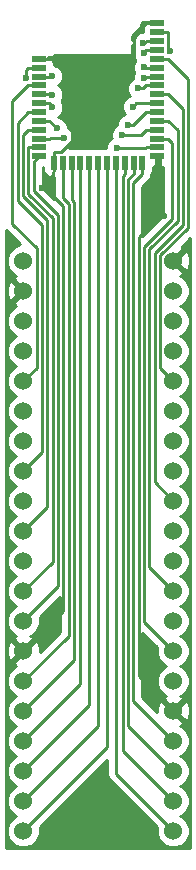
<source format=gtl>
G04 #@! TF.FileFunction,Copper,L1,Top,Signal*
%FSLAX46Y46*%
G04 Gerber Fmt 4.6, Leading zero omitted, Abs format (unit mm)*
G04 Created by KiCad (PCBNEW 4.0.4-stable) date *
%MOMM*%
%LPD*%
G01*
G04 APERTURE LIST*
%ADD10C,0.100000*%
%ADD11R,1.200000X0.500000*%
%ADD12R,0.500000X1.200000*%
%ADD13C,1.524000*%
%ADD14C,0.600000*%
%ADD15C,0.250000*%
%ADD16C,0.254000*%
G04 APERTURE END LIST*
D10*
D11*
X147000000Y-70500000D03*
X147000000Y-71250000D03*
X147000000Y-72000000D03*
X147000000Y-72750000D03*
X147000000Y-73500000D03*
X147000000Y-74250000D03*
X147000000Y-75000000D03*
X147000000Y-75750000D03*
X147000000Y-76500000D03*
X147000000Y-77250000D03*
X147000000Y-78000000D03*
X147000000Y-78750000D03*
D12*
X148250000Y-79300000D03*
X149000000Y-79300000D03*
X149750000Y-79300000D03*
X150500000Y-79300000D03*
X151250000Y-79300000D03*
X152000000Y-79300000D03*
X152750000Y-79300000D03*
X153500000Y-79300000D03*
X154250000Y-79300000D03*
X155000000Y-79300000D03*
X155750000Y-79300000D03*
D11*
X157000000Y-78750000D03*
X157000000Y-78000000D03*
X157000000Y-77250000D03*
X157000000Y-76500000D03*
X157000000Y-75750000D03*
X157000000Y-75000000D03*
X157000000Y-74250000D03*
X157000000Y-73500000D03*
X157000000Y-72750000D03*
X157000000Y-72000000D03*
X157000000Y-71250000D03*
X157000000Y-70500000D03*
X157000000Y-69750000D03*
X157000000Y-69000000D03*
X157000000Y-68250000D03*
X157000000Y-67500000D03*
D13*
X158350000Y-90140000D03*
X158350000Y-92680000D03*
X158350000Y-95220000D03*
X158350000Y-97760000D03*
X158350000Y-100300000D03*
X158350000Y-102840000D03*
X158350000Y-105380000D03*
X158350000Y-107920000D03*
X158350000Y-110460000D03*
X158350000Y-113000000D03*
X158350000Y-115540000D03*
X158350000Y-118080000D03*
X158350000Y-120620000D03*
X158350000Y-123160000D03*
X158350000Y-125700000D03*
X158350000Y-128240000D03*
X158350000Y-130780000D03*
X158350000Y-133320000D03*
X158350000Y-135860000D03*
X145650000Y-135860000D03*
X145650000Y-133320000D03*
X145650000Y-130780000D03*
X145650000Y-128240000D03*
X145650000Y-125700000D03*
X145650000Y-123160000D03*
X145650000Y-120620000D03*
X145650000Y-118080000D03*
X145650000Y-115540000D03*
X145650000Y-113000000D03*
X145650000Y-110460000D03*
X145650000Y-107920000D03*
X145650000Y-105380000D03*
X145650000Y-102840000D03*
X145650000Y-100300000D03*
X145650000Y-97760000D03*
X145650000Y-95220000D03*
X145650000Y-92680000D03*
X145650000Y-90140000D03*
X158350000Y-87600000D03*
X145650000Y-87600000D03*
D14*
X145880400Y-72105300D03*
X148111800Y-71937500D03*
X148109000Y-73527000D03*
X148119100Y-74601100D03*
X148510200Y-76391300D03*
X149086300Y-77231300D03*
X153578100Y-78025000D03*
X154046000Y-76929000D03*
X154496300Y-76128600D03*
X154946600Y-74543300D03*
X155396900Y-72999200D03*
X155856000Y-72102100D03*
X155879000Y-71203200D03*
X155897200Y-70022100D03*
X155803700Y-69125800D03*
X158110200Y-69847800D03*
X147206700Y-81443000D03*
X157600200Y-83799200D03*
D15*
X147000000Y-71250000D02*
X146074700Y-71250000D01*
X145880400Y-71444300D02*
X145880400Y-72105300D01*
X146074700Y-71250000D02*
X145880400Y-71444300D01*
X147987800Y-71937500D02*
X147925300Y-72000000D01*
X148111800Y-71937500D02*
X147987800Y-71937500D01*
X147000000Y-72000000D02*
X147925300Y-72000000D01*
X147000000Y-72750000D02*
X146074700Y-72750000D01*
X146781700Y-96628300D02*
X145650000Y-97760000D01*
X146781700Y-86512600D02*
X146781700Y-96628300D01*
X144723800Y-84454700D02*
X146781700Y-86512600D01*
X144723800Y-74100900D02*
X144723800Y-84454700D01*
X146074700Y-72750000D02*
X144723800Y-74100900D01*
X148082000Y-73500000D02*
X148109000Y-73527000D01*
X147000000Y-73500000D02*
X148082000Y-73500000D01*
X147000000Y-74250000D02*
X147925300Y-74250000D01*
X147925300Y-74407300D02*
X148119100Y-74601100D01*
X147925300Y-74250000D02*
X147925300Y-74407300D01*
X147000000Y-75000000D02*
X146074700Y-75000000D01*
X147232100Y-103797900D02*
X145650000Y-105380000D01*
X147232100Y-84575000D02*
X147232100Y-103797900D01*
X145174100Y-82517000D02*
X147232100Y-84575000D01*
X145174100Y-75900600D02*
X145174100Y-82517000D01*
X146074700Y-75000000D02*
X145174100Y-75900600D01*
X147000000Y-75750000D02*
X147925300Y-75750000D01*
X147925300Y-75806400D02*
X147925300Y-75750000D01*
X148510200Y-76391300D02*
X147925300Y-75806400D01*
X145624400Y-76950300D02*
X146074700Y-76500000D01*
X145624400Y-82105300D02*
X145624400Y-76950300D01*
X147686600Y-84167500D02*
X145624400Y-82105300D01*
X147686600Y-108423400D02*
X147686600Y-84167500D01*
X145650000Y-110460000D02*
X147686600Y-108423400D01*
X147000000Y-76500000D02*
X146074700Y-76500000D01*
X147944000Y-77231300D02*
X147925300Y-77250000D01*
X149086300Y-77231300D02*
X147944000Y-77231300D01*
X147000000Y-77250000D02*
X147925300Y-77250000D01*
X147000000Y-78000000D02*
X146074700Y-78000000D01*
X146074700Y-81918700D02*
X146074700Y-78000000D01*
X148136900Y-83980900D02*
X146074700Y-81918700D01*
X148136900Y-113053100D02*
X148136900Y-83980900D01*
X145650000Y-115540000D02*
X148136900Y-113053100D01*
X146564400Y-79185600D02*
X147000000Y-78750000D01*
X146564400Y-81722000D02*
X146564400Y-79185600D01*
X148587200Y-83744800D02*
X146564400Y-81722000D01*
X148587200Y-115142800D02*
X148587200Y-83744800D01*
X145650000Y-118080000D02*
X148587200Y-115142800D01*
X149000000Y-79300000D02*
X149000000Y-80225300D01*
X149000000Y-82296400D02*
X149000000Y-80225300D01*
X149487800Y-82784200D02*
X149000000Y-82296400D01*
X149487800Y-119322200D02*
X149487800Y-82784200D01*
X145650000Y-123160000D02*
X149487800Y-119322200D01*
X149938100Y-121411900D02*
X145650000Y-125700000D01*
X149938100Y-82597600D02*
X149938100Y-121411900D01*
X149750000Y-82409500D02*
X149938100Y-82597600D01*
X149750000Y-79300000D02*
X149750000Y-82409500D01*
X150500000Y-123390000D02*
X150500000Y-79300000D01*
X145650000Y-128240000D02*
X150500000Y-123390000D01*
X151250000Y-125180000D02*
X151250000Y-79300000D01*
X145650000Y-130780000D02*
X151250000Y-125180000D01*
X152000000Y-126970000D02*
X145650000Y-133320000D01*
X152000000Y-80225300D02*
X152000000Y-126970000D01*
X152000000Y-79300000D02*
X152000000Y-80225300D01*
X152750000Y-79300000D02*
X152750000Y-80225300D01*
X152750000Y-128760000D02*
X145650000Y-135860000D01*
X152750000Y-80225300D02*
X152750000Y-128760000D01*
X153500000Y-131010000D02*
X153500000Y-80225300D01*
X158350000Y-135860000D02*
X153500000Y-131010000D01*
X153500000Y-79300000D02*
X153500000Y-80225300D01*
X154250000Y-79300000D02*
X154250000Y-80225300D01*
X154085700Y-129055700D02*
X158350000Y-133320000D01*
X154085700Y-80389600D02*
X154085700Y-129055700D01*
X154250000Y-80225300D02*
X154085700Y-80389600D01*
X155000000Y-79300000D02*
X155000000Y-80225300D01*
X154536000Y-126966000D02*
X158350000Y-130780000D01*
X154536000Y-80689300D02*
X154536000Y-126966000D01*
X155000000Y-80225300D02*
X154536000Y-80689300D01*
X155750000Y-79300000D02*
X155750000Y-80225300D01*
X154986300Y-124876300D02*
X158350000Y-128240000D01*
X154986300Y-80989000D02*
X154986300Y-124876300D01*
X155750000Y-80225300D02*
X154986300Y-80989000D01*
X157000000Y-78000000D02*
X156074700Y-78000000D01*
X156049700Y-78025000D02*
X156074700Y-78000000D01*
X153578100Y-78025000D02*
X156049700Y-78025000D01*
X158254600Y-77579300D02*
X157925300Y-77250000D01*
X158254600Y-84030000D02*
X158254600Y-77579300D01*
X155886900Y-86397700D02*
X158254600Y-84030000D01*
X155886900Y-118156900D02*
X155886900Y-86397700D01*
X158350000Y-120620000D02*
X155886900Y-118156900D01*
X157000000Y-77250000D02*
X157925300Y-77250000D01*
X157000000Y-76500000D02*
X156074700Y-76500000D01*
X155645700Y-76929000D02*
X154046000Y-76929000D01*
X156074700Y-76500000D02*
X155645700Y-76929000D01*
X158715700Y-76540400D02*
X157925300Y-75750000D01*
X158715700Y-84247100D02*
X158715700Y-76540400D01*
X156337200Y-86625600D02*
X158715700Y-84247100D01*
X156337200Y-113527200D02*
X156337200Y-86625600D01*
X158350000Y-115540000D02*
X156337200Y-113527200D01*
X157000000Y-75750000D02*
X157925300Y-75750000D01*
X157000000Y-75000000D02*
X156074700Y-75000000D01*
X154946100Y-76128600D02*
X154496300Y-76128600D01*
X156074700Y-75000000D02*
X154946100Y-76128600D01*
X155239900Y-74250000D02*
X154946600Y-74543300D01*
X157000000Y-74250000D02*
X155239900Y-74250000D01*
X157000000Y-73500000D02*
X157925300Y-73500000D01*
X159166000Y-74740700D02*
X157925300Y-73500000D01*
X159166000Y-84592500D02*
X159166000Y-74740700D01*
X156791000Y-86967500D02*
X159166000Y-84592500D01*
X156791000Y-106361000D02*
X156791000Y-86967500D01*
X158350000Y-107920000D02*
X156791000Y-106361000D01*
X157000000Y-72750000D02*
X156074700Y-72750000D01*
X155396900Y-72999100D02*
X155396900Y-72999200D01*
X155825600Y-72999100D02*
X155396900Y-72999100D01*
X156074700Y-72750000D02*
X155825600Y-72999100D01*
X157000000Y-72000000D02*
X156074700Y-72000000D01*
X155972600Y-72102100D02*
X156074700Y-72000000D01*
X155856000Y-72102100D02*
X155972600Y-72102100D01*
X157000000Y-71250000D02*
X156074700Y-71250000D01*
X156027900Y-71203200D02*
X156074700Y-71250000D01*
X155879000Y-71203200D02*
X156027900Y-71203200D01*
X157000000Y-70500000D02*
X157925300Y-70500000D01*
X159616300Y-72191000D02*
X157925300Y-70500000D01*
X159616300Y-84779100D02*
X159616300Y-72191000D01*
X157257100Y-87138300D02*
X159616300Y-84779100D01*
X157257100Y-96667100D02*
X157257100Y-87138300D01*
X158350000Y-97760000D02*
X157257100Y-96667100D01*
X157000000Y-69750000D02*
X156074700Y-69750000D01*
X155897200Y-69927500D02*
X155897200Y-70022100D01*
X156074700Y-69750000D02*
X155897200Y-69927500D01*
X157000000Y-69000000D02*
X156074700Y-69000000D01*
X155803700Y-69125700D02*
X155803700Y-69125800D01*
X155949000Y-69125700D02*
X155803700Y-69125700D01*
X156074700Y-69000000D02*
X155949000Y-69125700D01*
X157000000Y-68250000D02*
X157925300Y-68250000D01*
X157925300Y-69662900D02*
X158110200Y-69847800D01*
X157925300Y-68250000D02*
X157925300Y-69662900D01*
X157000000Y-67500000D02*
X156000000Y-67500000D01*
X154750000Y-70500000D02*
X149743600Y-70500000D01*
X155000000Y-70250000D02*
X154750000Y-70500000D01*
X155000000Y-68750000D02*
X155000000Y-70250000D01*
X155750000Y-68000000D02*
X155000000Y-68750000D01*
X155750000Y-67750000D02*
X155750000Y-68000000D01*
X156000000Y-67500000D02*
X155750000Y-67750000D01*
X148250000Y-79300000D02*
X148250000Y-78374700D01*
X147000000Y-70500000D02*
X147925300Y-70500000D01*
X148842400Y-78374700D02*
X148250000Y-78374700D01*
X149743600Y-77473500D02*
X148842400Y-78374700D01*
X149743600Y-70500000D02*
X149743600Y-77473500D01*
X149743600Y-70500000D02*
X147925300Y-70500000D01*
X148250000Y-79300000D02*
X148250000Y-80009400D01*
X148198600Y-81443000D02*
X147206700Y-81443000D01*
X148198600Y-80060800D02*
X148198600Y-81443000D01*
X148250000Y-80009400D02*
X148198600Y-80060800D01*
X148198600Y-82131900D02*
X148198600Y-81443000D01*
X149037500Y-82970800D02*
X148198600Y-82131900D01*
X149037500Y-117232500D02*
X149037500Y-82970800D01*
X145650000Y-120620000D02*
X149037500Y-117232500D01*
X157600200Y-83799200D02*
X157210800Y-83799200D01*
X155436600Y-85573400D02*
X157210800Y-83799200D01*
X155436600Y-122786600D02*
X155436600Y-85573400D01*
X158350000Y-125700000D02*
X155436600Y-122786600D01*
X157210800Y-78960800D02*
X157000000Y-78750000D01*
X157210800Y-83799200D02*
X157210800Y-78960800D01*
D16*
G36*
X145397077Y-86202779D02*
X145373339Y-86202758D01*
X144859697Y-86414990D01*
X144466371Y-86807630D01*
X144253243Y-87320900D01*
X144252758Y-87876661D01*
X144464990Y-88390303D01*
X144857630Y-88783629D01*
X145049727Y-88863395D01*
X144918857Y-88917603D01*
X144849392Y-89159787D01*
X145650000Y-89960395D01*
X145664143Y-89946253D01*
X145843748Y-90125858D01*
X145829605Y-90140000D01*
X145843748Y-90154143D01*
X145664143Y-90333748D01*
X145650000Y-90319605D01*
X144849392Y-91120213D01*
X144918857Y-91362397D01*
X145059318Y-91412509D01*
X144859697Y-91494990D01*
X144466371Y-91887630D01*
X144253243Y-92400900D01*
X144252758Y-92956661D01*
X144464990Y-93470303D01*
X144857630Y-93863629D01*
X145065512Y-93949949D01*
X144859697Y-94034990D01*
X144466371Y-94427630D01*
X144253243Y-94940900D01*
X144252758Y-95496661D01*
X144464990Y-96010303D01*
X144857630Y-96403629D01*
X145065512Y-96489949D01*
X144859697Y-96574990D01*
X144466371Y-96967630D01*
X144253243Y-97480900D01*
X144252758Y-98036661D01*
X144464990Y-98550303D01*
X144857630Y-98943629D01*
X145065512Y-99029949D01*
X144859697Y-99114990D01*
X144466371Y-99507630D01*
X144253243Y-100020900D01*
X144252758Y-100576661D01*
X144464990Y-101090303D01*
X144857630Y-101483629D01*
X145065512Y-101569949D01*
X144859697Y-101654990D01*
X144466371Y-102047630D01*
X144253243Y-102560900D01*
X144252758Y-103116661D01*
X144464990Y-103630303D01*
X144857630Y-104023629D01*
X145065512Y-104109949D01*
X144859697Y-104194990D01*
X144466371Y-104587630D01*
X144253243Y-105100900D01*
X144252758Y-105656661D01*
X144464990Y-106170303D01*
X144857630Y-106563629D01*
X145065512Y-106649949D01*
X144859697Y-106734990D01*
X144466371Y-107127630D01*
X144253243Y-107640900D01*
X144252758Y-108196661D01*
X144464990Y-108710303D01*
X144857630Y-109103629D01*
X145065512Y-109189949D01*
X144859697Y-109274990D01*
X144466371Y-109667630D01*
X144253243Y-110180900D01*
X144252758Y-110736661D01*
X144464990Y-111250303D01*
X144857630Y-111643629D01*
X145065512Y-111729949D01*
X144859697Y-111814990D01*
X144466371Y-112207630D01*
X144253243Y-112720900D01*
X144252758Y-113276661D01*
X144464990Y-113790303D01*
X144857630Y-114183629D01*
X145065512Y-114269949D01*
X144859697Y-114354990D01*
X144466371Y-114747630D01*
X144253243Y-115260900D01*
X144252758Y-115816661D01*
X144464990Y-116330303D01*
X144857630Y-116723629D01*
X145065512Y-116809949D01*
X144859697Y-116894990D01*
X144466371Y-117287630D01*
X144253243Y-117800900D01*
X144252758Y-118356661D01*
X144464990Y-118870303D01*
X144857630Y-119263629D01*
X145049727Y-119343395D01*
X144918857Y-119397603D01*
X144849392Y-119639787D01*
X145650000Y-120440395D01*
X146450608Y-119639787D01*
X146381143Y-119397603D01*
X146240682Y-119347491D01*
X146440303Y-119265010D01*
X146833629Y-118872370D01*
X147046757Y-118359100D01*
X147047242Y-117803339D01*
X147033857Y-117770945D01*
X148727800Y-116077002D01*
X148727800Y-119007398D01*
X147051916Y-120683282D01*
X147031362Y-120272632D01*
X146872397Y-119888857D01*
X146630213Y-119819392D01*
X145829605Y-120620000D01*
X145843748Y-120634143D01*
X145664143Y-120813748D01*
X145650000Y-120799605D01*
X144849392Y-121600213D01*
X144918857Y-121842397D01*
X145059318Y-121892509D01*
X144859697Y-121974990D01*
X144466371Y-122367630D01*
X144253243Y-122880900D01*
X144252758Y-123436661D01*
X144464990Y-123950303D01*
X144857630Y-124343629D01*
X145065512Y-124429949D01*
X144859697Y-124514990D01*
X144466371Y-124907630D01*
X144253243Y-125420900D01*
X144252758Y-125976661D01*
X144464990Y-126490303D01*
X144857630Y-126883629D01*
X145065512Y-126969949D01*
X144859697Y-127054990D01*
X144466371Y-127447630D01*
X144253243Y-127960900D01*
X144252758Y-128516661D01*
X144464990Y-129030303D01*
X144857630Y-129423629D01*
X145065512Y-129509949D01*
X144859697Y-129594990D01*
X144466371Y-129987630D01*
X144253243Y-130500900D01*
X144252758Y-131056661D01*
X144464990Y-131570303D01*
X144857630Y-131963629D01*
X145065512Y-132049949D01*
X144859697Y-132134990D01*
X144466371Y-132527630D01*
X144253243Y-133040900D01*
X144252758Y-133596661D01*
X144464990Y-134110303D01*
X144857630Y-134503629D01*
X145065512Y-134589949D01*
X144859697Y-134674990D01*
X144466371Y-135067630D01*
X144253243Y-135580900D01*
X144252758Y-136136661D01*
X144464990Y-136650303D01*
X144857630Y-137043629D01*
X145370900Y-137256757D01*
X145926661Y-137257242D01*
X146440303Y-137045010D01*
X146833629Y-136652370D01*
X147046757Y-136139100D01*
X147047242Y-135583339D01*
X147033857Y-135550945D01*
X152740000Y-129844802D01*
X152740000Y-131010000D01*
X152797852Y-131300839D01*
X152962599Y-131547401D01*
X156965817Y-135550619D01*
X156953243Y-135580900D01*
X156952758Y-136136661D01*
X157164990Y-136650303D01*
X157557630Y-137043629D01*
X158070900Y-137256757D01*
X158626661Y-137257242D01*
X159140303Y-137045010D01*
X159533629Y-136652370D01*
X159746757Y-136139100D01*
X159747242Y-135583339D01*
X159535010Y-135069697D01*
X159142370Y-134676371D01*
X158934488Y-134590051D01*
X159140303Y-134505010D01*
X159533629Y-134112370D01*
X159746757Y-133599100D01*
X159747242Y-133043339D01*
X159535010Y-132529697D01*
X159142370Y-132136371D01*
X158934488Y-132050051D01*
X159140303Y-131965010D01*
X159533629Y-131572370D01*
X159746757Y-131059100D01*
X159747242Y-130503339D01*
X159535010Y-129989697D01*
X159142370Y-129596371D01*
X158934488Y-129510051D01*
X159140303Y-129425010D01*
X159533629Y-129032370D01*
X159746757Y-128519100D01*
X159747242Y-127963339D01*
X159535010Y-127449697D01*
X159142370Y-127056371D01*
X158950273Y-126976605D01*
X159081143Y-126922397D01*
X159150608Y-126680213D01*
X158350000Y-125879605D01*
X158335858Y-125893748D01*
X158156253Y-125714143D01*
X158170395Y-125700000D01*
X158529605Y-125700000D01*
X159330213Y-126500608D01*
X159572397Y-126431143D01*
X159759144Y-125907698D01*
X159731362Y-125352632D01*
X159572397Y-124968857D01*
X159330213Y-124899392D01*
X158529605Y-125700000D01*
X158170395Y-125700000D01*
X157369787Y-124899392D01*
X157127603Y-124968857D01*
X156940856Y-125492302D01*
X156954753Y-125769951D01*
X155746300Y-124561498D01*
X155746300Y-119091102D01*
X156965817Y-120310619D01*
X156953243Y-120340900D01*
X156952758Y-120896661D01*
X157164990Y-121410303D01*
X157557630Y-121803629D01*
X157765512Y-121889949D01*
X157559697Y-121974990D01*
X157166371Y-122367630D01*
X156953243Y-122880900D01*
X156952758Y-123436661D01*
X157164990Y-123950303D01*
X157557630Y-124343629D01*
X157749727Y-124423395D01*
X157618857Y-124477603D01*
X157549392Y-124719787D01*
X158350000Y-125520395D01*
X159150608Y-124719787D01*
X159081143Y-124477603D01*
X158940682Y-124427491D01*
X159140303Y-124345010D01*
X159533629Y-123952370D01*
X159746757Y-123439100D01*
X159747242Y-122883339D01*
X159535010Y-122369697D01*
X159142370Y-121976371D01*
X158934488Y-121890051D01*
X159140303Y-121805010D01*
X159533629Y-121412370D01*
X159746757Y-120899100D01*
X159747242Y-120343339D01*
X159535010Y-119829697D01*
X159142370Y-119436371D01*
X158934488Y-119350051D01*
X159140303Y-119265010D01*
X159533629Y-118872370D01*
X159746757Y-118359100D01*
X159747242Y-117803339D01*
X159535010Y-117289697D01*
X159142370Y-116896371D01*
X158934488Y-116810051D01*
X159140303Y-116725010D01*
X159533629Y-116332370D01*
X159746757Y-115819100D01*
X159747242Y-115263339D01*
X159535010Y-114749697D01*
X159142370Y-114356371D01*
X158934488Y-114270051D01*
X159140303Y-114185010D01*
X159533629Y-113792370D01*
X159746757Y-113279100D01*
X159747242Y-112723339D01*
X159535010Y-112209697D01*
X159142370Y-111816371D01*
X158934488Y-111730051D01*
X159140303Y-111645010D01*
X159533629Y-111252370D01*
X159746757Y-110739100D01*
X159747242Y-110183339D01*
X159535010Y-109669697D01*
X159142370Y-109276371D01*
X158934488Y-109190051D01*
X159140303Y-109105010D01*
X159533629Y-108712370D01*
X159746757Y-108199100D01*
X159747242Y-107643339D01*
X159535010Y-107129697D01*
X159142370Y-106736371D01*
X158934488Y-106650051D01*
X159140303Y-106565010D01*
X159533629Y-106172370D01*
X159746757Y-105659100D01*
X159747242Y-105103339D01*
X159535010Y-104589697D01*
X159142370Y-104196371D01*
X158934488Y-104110051D01*
X159140303Y-104025010D01*
X159533629Y-103632370D01*
X159746757Y-103119100D01*
X159747242Y-102563339D01*
X159535010Y-102049697D01*
X159142370Y-101656371D01*
X158934488Y-101570051D01*
X159140303Y-101485010D01*
X159533629Y-101092370D01*
X159746757Y-100579100D01*
X159747242Y-100023339D01*
X159535010Y-99509697D01*
X159142370Y-99116371D01*
X158934488Y-99030051D01*
X159140303Y-98945010D01*
X159533629Y-98552370D01*
X159746757Y-98039100D01*
X159747242Y-97483339D01*
X159535010Y-96969697D01*
X159142370Y-96576371D01*
X158934488Y-96490051D01*
X159140303Y-96405010D01*
X159533629Y-96012370D01*
X159746757Y-95499100D01*
X159747242Y-94943339D01*
X159535010Y-94429697D01*
X159142370Y-94036371D01*
X158934488Y-93950051D01*
X159140303Y-93865010D01*
X159533629Y-93472370D01*
X159746757Y-92959100D01*
X159747242Y-92403339D01*
X159535010Y-91889697D01*
X159142370Y-91496371D01*
X158934488Y-91410051D01*
X159140303Y-91325010D01*
X159533629Y-90932370D01*
X159746757Y-90419100D01*
X159747242Y-89863339D01*
X159535010Y-89349697D01*
X159142370Y-88956371D01*
X158950273Y-88876605D01*
X159081143Y-88822397D01*
X159150608Y-88580213D01*
X158350000Y-87779605D01*
X158335858Y-87793748D01*
X158156253Y-87614143D01*
X158170395Y-87600000D01*
X158529605Y-87600000D01*
X159330213Y-88400608D01*
X159572397Y-88331143D01*
X159759144Y-87807698D01*
X159731362Y-87252632D01*
X159572397Y-86868857D01*
X159330213Y-86799392D01*
X158529605Y-87600000D01*
X158170395Y-87600000D01*
X158156253Y-87585858D01*
X158335858Y-87406253D01*
X158350000Y-87420395D01*
X159150608Y-86619787D01*
X159083696Y-86386506D01*
X159790000Y-85680202D01*
X159790000Y-137290000D01*
X144210000Y-137290000D01*
X144210000Y-120412302D01*
X144240856Y-120412302D01*
X144268638Y-120967368D01*
X144427603Y-121351143D01*
X144669787Y-121420608D01*
X145470395Y-120620000D01*
X144669787Y-119819392D01*
X144427603Y-119888857D01*
X144240856Y-120412302D01*
X144210000Y-120412302D01*
X144210000Y-89932302D01*
X144240856Y-89932302D01*
X144268638Y-90487368D01*
X144427603Y-90871143D01*
X144669787Y-90940608D01*
X145470395Y-90140000D01*
X144669787Y-89339392D01*
X144427603Y-89408857D01*
X144240856Y-89932302D01*
X144210000Y-89932302D01*
X144210000Y-85015702D01*
X145397077Y-86202779D01*
X145397077Y-86202779D01*
G37*
X145397077Y-86202779D02*
X145373339Y-86202758D01*
X144859697Y-86414990D01*
X144466371Y-86807630D01*
X144253243Y-87320900D01*
X144252758Y-87876661D01*
X144464990Y-88390303D01*
X144857630Y-88783629D01*
X145049727Y-88863395D01*
X144918857Y-88917603D01*
X144849392Y-89159787D01*
X145650000Y-89960395D01*
X145664143Y-89946253D01*
X145843748Y-90125858D01*
X145829605Y-90140000D01*
X145843748Y-90154143D01*
X145664143Y-90333748D01*
X145650000Y-90319605D01*
X144849392Y-91120213D01*
X144918857Y-91362397D01*
X145059318Y-91412509D01*
X144859697Y-91494990D01*
X144466371Y-91887630D01*
X144253243Y-92400900D01*
X144252758Y-92956661D01*
X144464990Y-93470303D01*
X144857630Y-93863629D01*
X145065512Y-93949949D01*
X144859697Y-94034990D01*
X144466371Y-94427630D01*
X144253243Y-94940900D01*
X144252758Y-95496661D01*
X144464990Y-96010303D01*
X144857630Y-96403629D01*
X145065512Y-96489949D01*
X144859697Y-96574990D01*
X144466371Y-96967630D01*
X144253243Y-97480900D01*
X144252758Y-98036661D01*
X144464990Y-98550303D01*
X144857630Y-98943629D01*
X145065512Y-99029949D01*
X144859697Y-99114990D01*
X144466371Y-99507630D01*
X144253243Y-100020900D01*
X144252758Y-100576661D01*
X144464990Y-101090303D01*
X144857630Y-101483629D01*
X145065512Y-101569949D01*
X144859697Y-101654990D01*
X144466371Y-102047630D01*
X144253243Y-102560900D01*
X144252758Y-103116661D01*
X144464990Y-103630303D01*
X144857630Y-104023629D01*
X145065512Y-104109949D01*
X144859697Y-104194990D01*
X144466371Y-104587630D01*
X144253243Y-105100900D01*
X144252758Y-105656661D01*
X144464990Y-106170303D01*
X144857630Y-106563629D01*
X145065512Y-106649949D01*
X144859697Y-106734990D01*
X144466371Y-107127630D01*
X144253243Y-107640900D01*
X144252758Y-108196661D01*
X144464990Y-108710303D01*
X144857630Y-109103629D01*
X145065512Y-109189949D01*
X144859697Y-109274990D01*
X144466371Y-109667630D01*
X144253243Y-110180900D01*
X144252758Y-110736661D01*
X144464990Y-111250303D01*
X144857630Y-111643629D01*
X145065512Y-111729949D01*
X144859697Y-111814990D01*
X144466371Y-112207630D01*
X144253243Y-112720900D01*
X144252758Y-113276661D01*
X144464990Y-113790303D01*
X144857630Y-114183629D01*
X145065512Y-114269949D01*
X144859697Y-114354990D01*
X144466371Y-114747630D01*
X144253243Y-115260900D01*
X144252758Y-115816661D01*
X144464990Y-116330303D01*
X144857630Y-116723629D01*
X145065512Y-116809949D01*
X144859697Y-116894990D01*
X144466371Y-117287630D01*
X144253243Y-117800900D01*
X144252758Y-118356661D01*
X144464990Y-118870303D01*
X144857630Y-119263629D01*
X145049727Y-119343395D01*
X144918857Y-119397603D01*
X144849392Y-119639787D01*
X145650000Y-120440395D01*
X146450608Y-119639787D01*
X146381143Y-119397603D01*
X146240682Y-119347491D01*
X146440303Y-119265010D01*
X146833629Y-118872370D01*
X147046757Y-118359100D01*
X147047242Y-117803339D01*
X147033857Y-117770945D01*
X148727800Y-116077002D01*
X148727800Y-119007398D01*
X147051916Y-120683282D01*
X147031362Y-120272632D01*
X146872397Y-119888857D01*
X146630213Y-119819392D01*
X145829605Y-120620000D01*
X145843748Y-120634143D01*
X145664143Y-120813748D01*
X145650000Y-120799605D01*
X144849392Y-121600213D01*
X144918857Y-121842397D01*
X145059318Y-121892509D01*
X144859697Y-121974990D01*
X144466371Y-122367630D01*
X144253243Y-122880900D01*
X144252758Y-123436661D01*
X144464990Y-123950303D01*
X144857630Y-124343629D01*
X145065512Y-124429949D01*
X144859697Y-124514990D01*
X144466371Y-124907630D01*
X144253243Y-125420900D01*
X144252758Y-125976661D01*
X144464990Y-126490303D01*
X144857630Y-126883629D01*
X145065512Y-126969949D01*
X144859697Y-127054990D01*
X144466371Y-127447630D01*
X144253243Y-127960900D01*
X144252758Y-128516661D01*
X144464990Y-129030303D01*
X144857630Y-129423629D01*
X145065512Y-129509949D01*
X144859697Y-129594990D01*
X144466371Y-129987630D01*
X144253243Y-130500900D01*
X144252758Y-131056661D01*
X144464990Y-131570303D01*
X144857630Y-131963629D01*
X145065512Y-132049949D01*
X144859697Y-132134990D01*
X144466371Y-132527630D01*
X144253243Y-133040900D01*
X144252758Y-133596661D01*
X144464990Y-134110303D01*
X144857630Y-134503629D01*
X145065512Y-134589949D01*
X144859697Y-134674990D01*
X144466371Y-135067630D01*
X144253243Y-135580900D01*
X144252758Y-136136661D01*
X144464990Y-136650303D01*
X144857630Y-137043629D01*
X145370900Y-137256757D01*
X145926661Y-137257242D01*
X146440303Y-137045010D01*
X146833629Y-136652370D01*
X147046757Y-136139100D01*
X147047242Y-135583339D01*
X147033857Y-135550945D01*
X152740000Y-129844802D01*
X152740000Y-131010000D01*
X152797852Y-131300839D01*
X152962599Y-131547401D01*
X156965817Y-135550619D01*
X156953243Y-135580900D01*
X156952758Y-136136661D01*
X157164990Y-136650303D01*
X157557630Y-137043629D01*
X158070900Y-137256757D01*
X158626661Y-137257242D01*
X159140303Y-137045010D01*
X159533629Y-136652370D01*
X159746757Y-136139100D01*
X159747242Y-135583339D01*
X159535010Y-135069697D01*
X159142370Y-134676371D01*
X158934488Y-134590051D01*
X159140303Y-134505010D01*
X159533629Y-134112370D01*
X159746757Y-133599100D01*
X159747242Y-133043339D01*
X159535010Y-132529697D01*
X159142370Y-132136371D01*
X158934488Y-132050051D01*
X159140303Y-131965010D01*
X159533629Y-131572370D01*
X159746757Y-131059100D01*
X159747242Y-130503339D01*
X159535010Y-129989697D01*
X159142370Y-129596371D01*
X158934488Y-129510051D01*
X159140303Y-129425010D01*
X159533629Y-129032370D01*
X159746757Y-128519100D01*
X159747242Y-127963339D01*
X159535010Y-127449697D01*
X159142370Y-127056371D01*
X158950273Y-126976605D01*
X159081143Y-126922397D01*
X159150608Y-126680213D01*
X158350000Y-125879605D01*
X158335858Y-125893748D01*
X158156253Y-125714143D01*
X158170395Y-125700000D01*
X158529605Y-125700000D01*
X159330213Y-126500608D01*
X159572397Y-126431143D01*
X159759144Y-125907698D01*
X159731362Y-125352632D01*
X159572397Y-124968857D01*
X159330213Y-124899392D01*
X158529605Y-125700000D01*
X158170395Y-125700000D01*
X157369787Y-124899392D01*
X157127603Y-124968857D01*
X156940856Y-125492302D01*
X156954753Y-125769951D01*
X155746300Y-124561498D01*
X155746300Y-119091102D01*
X156965817Y-120310619D01*
X156953243Y-120340900D01*
X156952758Y-120896661D01*
X157164990Y-121410303D01*
X157557630Y-121803629D01*
X157765512Y-121889949D01*
X157559697Y-121974990D01*
X157166371Y-122367630D01*
X156953243Y-122880900D01*
X156952758Y-123436661D01*
X157164990Y-123950303D01*
X157557630Y-124343629D01*
X157749727Y-124423395D01*
X157618857Y-124477603D01*
X157549392Y-124719787D01*
X158350000Y-125520395D01*
X159150608Y-124719787D01*
X159081143Y-124477603D01*
X158940682Y-124427491D01*
X159140303Y-124345010D01*
X159533629Y-123952370D01*
X159746757Y-123439100D01*
X159747242Y-122883339D01*
X159535010Y-122369697D01*
X159142370Y-121976371D01*
X158934488Y-121890051D01*
X159140303Y-121805010D01*
X159533629Y-121412370D01*
X159746757Y-120899100D01*
X159747242Y-120343339D01*
X159535010Y-119829697D01*
X159142370Y-119436371D01*
X158934488Y-119350051D01*
X159140303Y-119265010D01*
X159533629Y-118872370D01*
X159746757Y-118359100D01*
X159747242Y-117803339D01*
X159535010Y-117289697D01*
X159142370Y-116896371D01*
X158934488Y-116810051D01*
X159140303Y-116725010D01*
X159533629Y-116332370D01*
X159746757Y-115819100D01*
X159747242Y-115263339D01*
X159535010Y-114749697D01*
X159142370Y-114356371D01*
X158934488Y-114270051D01*
X159140303Y-114185010D01*
X159533629Y-113792370D01*
X159746757Y-113279100D01*
X159747242Y-112723339D01*
X159535010Y-112209697D01*
X159142370Y-111816371D01*
X158934488Y-111730051D01*
X159140303Y-111645010D01*
X159533629Y-111252370D01*
X159746757Y-110739100D01*
X159747242Y-110183339D01*
X159535010Y-109669697D01*
X159142370Y-109276371D01*
X158934488Y-109190051D01*
X159140303Y-109105010D01*
X159533629Y-108712370D01*
X159746757Y-108199100D01*
X159747242Y-107643339D01*
X159535010Y-107129697D01*
X159142370Y-106736371D01*
X158934488Y-106650051D01*
X159140303Y-106565010D01*
X159533629Y-106172370D01*
X159746757Y-105659100D01*
X159747242Y-105103339D01*
X159535010Y-104589697D01*
X159142370Y-104196371D01*
X158934488Y-104110051D01*
X159140303Y-104025010D01*
X159533629Y-103632370D01*
X159746757Y-103119100D01*
X159747242Y-102563339D01*
X159535010Y-102049697D01*
X159142370Y-101656371D01*
X158934488Y-101570051D01*
X159140303Y-101485010D01*
X159533629Y-101092370D01*
X159746757Y-100579100D01*
X159747242Y-100023339D01*
X159535010Y-99509697D01*
X159142370Y-99116371D01*
X158934488Y-99030051D01*
X159140303Y-98945010D01*
X159533629Y-98552370D01*
X159746757Y-98039100D01*
X159747242Y-97483339D01*
X159535010Y-96969697D01*
X159142370Y-96576371D01*
X158934488Y-96490051D01*
X159140303Y-96405010D01*
X159533629Y-96012370D01*
X159746757Y-95499100D01*
X159747242Y-94943339D01*
X159535010Y-94429697D01*
X159142370Y-94036371D01*
X158934488Y-93950051D01*
X159140303Y-93865010D01*
X159533629Y-93472370D01*
X159746757Y-92959100D01*
X159747242Y-92403339D01*
X159535010Y-91889697D01*
X159142370Y-91496371D01*
X158934488Y-91410051D01*
X159140303Y-91325010D01*
X159533629Y-90932370D01*
X159746757Y-90419100D01*
X159747242Y-89863339D01*
X159535010Y-89349697D01*
X159142370Y-88956371D01*
X158950273Y-88876605D01*
X159081143Y-88822397D01*
X159150608Y-88580213D01*
X158350000Y-87779605D01*
X158335858Y-87793748D01*
X158156253Y-87614143D01*
X158170395Y-87600000D01*
X158529605Y-87600000D01*
X159330213Y-88400608D01*
X159572397Y-88331143D01*
X159759144Y-87807698D01*
X159731362Y-87252632D01*
X159572397Y-86868857D01*
X159330213Y-86799392D01*
X158529605Y-87600000D01*
X158170395Y-87600000D01*
X158156253Y-87585858D01*
X158335858Y-87406253D01*
X158350000Y-87420395D01*
X159150608Y-86619787D01*
X159083696Y-86386506D01*
X159790000Y-85680202D01*
X159790000Y-137290000D01*
X144210000Y-137290000D01*
X144210000Y-120412302D01*
X144240856Y-120412302D01*
X144268638Y-120967368D01*
X144427603Y-121351143D01*
X144669787Y-121420608D01*
X145470395Y-120620000D01*
X144669787Y-119819392D01*
X144427603Y-119888857D01*
X144240856Y-120412302D01*
X144210000Y-120412302D01*
X144210000Y-89932302D01*
X144240856Y-89932302D01*
X144268638Y-90487368D01*
X144427603Y-90871143D01*
X144669787Y-90940608D01*
X145470395Y-90140000D01*
X144669787Y-89339392D01*
X144427603Y-89408857D01*
X144240856Y-89932302D01*
X144210000Y-89932302D01*
X144210000Y-85015702D01*
X145397077Y-86202779D01*
G36*
X157127000Y-79476250D02*
X157285750Y-79635000D01*
X157494600Y-79635000D01*
X157494600Y-83715198D01*
X155746300Y-85463498D01*
X155746300Y-81303802D01*
X156287401Y-80762701D01*
X156452148Y-80516139D01*
X156495104Y-80300187D01*
X156596431Y-80151890D01*
X156647440Y-79900000D01*
X156647440Y-79635000D01*
X156714250Y-79635000D01*
X156873000Y-79476250D01*
X156873000Y-78897440D01*
X157127000Y-78897440D01*
X157127000Y-79476250D01*
X157127000Y-79476250D01*
G37*
X157127000Y-79476250D02*
X157285750Y-79635000D01*
X157494600Y-79635000D01*
X157494600Y-83715198D01*
X155746300Y-85463498D01*
X155746300Y-81303802D01*
X156287401Y-80762701D01*
X156452148Y-80516139D01*
X156495104Y-80300187D01*
X156596431Y-80151890D01*
X156647440Y-79900000D01*
X156647440Y-79635000D01*
X156714250Y-79635000D01*
X156873000Y-79476250D01*
X156873000Y-78897440D01*
X157127000Y-78897440D01*
X157127000Y-79476250D01*
G36*
X147365000Y-80026310D02*
X147461673Y-80259699D01*
X147640302Y-80438327D01*
X147873691Y-80535000D01*
X147966250Y-80535000D01*
X148122998Y-80378252D01*
X148122998Y-80535000D01*
X148240000Y-80535000D01*
X148240000Y-82296400D01*
X148246555Y-82329353D01*
X147324400Y-81407198D01*
X147324400Y-79647440D01*
X147365000Y-79647440D01*
X147365000Y-80026310D01*
X147365000Y-80026310D01*
G37*
X147365000Y-80026310D02*
X147461673Y-80259699D01*
X147640302Y-80438327D01*
X147873691Y-80535000D01*
X147966250Y-80535000D01*
X148122998Y-80378252D01*
X148122998Y-80535000D01*
X148240000Y-80535000D01*
X148240000Y-82296400D01*
X148246555Y-82329353D01*
X147324400Y-81407198D01*
X147324400Y-79647440D01*
X147365000Y-79647440D01*
X147365000Y-80026310D01*
G36*
X155010583Y-69654743D02*
X155029477Y-69673670D01*
X154962362Y-69835301D01*
X154962038Y-70207267D01*
X155104083Y-70551043D01*
X155156375Y-70603427D01*
X155086808Y-70672873D01*
X154944162Y-71016401D01*
X154943838Y-71388367D01*
X155041659Y-71625113D01*
X154921162Y-71915301D01*
X154920928Y-72184196D01*
X154867957Y-72206083D01*
X154604708Y-72468873D01*
X154462062Y-72812401D01*
X154461738Y-73184367D01*
X154603783Y-73528143D01*
X154706356Y-73630895D01*
X154417657Y-73750183D01*
X154154408Y-74012973D01*
X154011762Y-74356501D01*
X154011438Y-74728467D01*
X154153483Y-75072243D01*
X154285174Y-75204164D01*
X153967357Y-75335483D01*
X153704108Y-75598273D01*
X153561462Y-75941801D01*
X153561309Y-76117599D01*
X153517057Y-76135883D01*
X153253808Y-76398673D01*
X153111162Y-76742201D01*
X153110838Y-77114167D01*
X153143389Y-77192947D01*
X153049157Y-77231883D01*
X152785908Y-77494673D01*
X152643262Y-77838201D01*
X152643075Y-78052560D01*
X152500000Y-78052560D01*
X152370411Y-78076944D01*
X152250000Y-78052560D01*
X151750000Y-78052560D01*
X151620411Y-78076944D01*
X151500000Y-78052560D01*
X151000000Y-78052560D01*
X150870411Y-78076944D01*
X150750000Y-78052560D01*
X150250000Y-78052560D01*
X150120411Y-78076944D01*
X150000000Y-78052560D01*
X149547132Y-78052560D01*
X149615243Y-78024417D01*
X149878492Y-77761627D01*
X150021138Y-77418099D01*
X150021462Y-77046133D01*
X149879417Y-76702357D01*
X149616627Y-76439108D01*
X149445221Y-76367934D01*
X149445362Y-76206133D01*
X149303317Y-75862357D01*
X149040527Y-75599108D01*
X148696999Y-75456462D01*
X148650123Y-75456421D01*
X148605498Y-75411796D01*
X148648043Y-75394217D01*
X148911292Y-75131427D01*
X149053938Y-74787899D01*
X149054262Y-74415933D01*
X148912217Y-74072157D01*
X148899299Y-74059217D01*
X148901192Y-74057327D01*
X149043838Y-73713799D01*
X149044162Y-73341833D01*
X148902117Y-72998057D01*
X148639327Y-72734808D01*
X148634974Y-72733001D01*
X148640743Y-72730617D01*
X148903992Y-72467827D01*
X149046638Y-72124299D01*
X149046962Y-71752333D01*
X148904917Y-71408557D01*
X148642127Y-71145308D01*
X148298599Y-71002662D01*
X148247440Y-71002617D01*
X148247440Y-71000000D01*
X148227550Y-70894295D01*
X148235000Y-70876310D01*
X148235000Y-70783750D01*
X148180111Y-70728861D01*
X148064090Y-70548559D01*
X147851890Y-70403569D01*
X147710812Y-70375000D01*
X148076250Y-70375000D01*
X148235000Y-70216250D01*
X148235000Y-70127000D01*
X154750000Y-70127000D01*
X154796159Y-70118315D01*
X154838553Y-70091035D01*
X154866994Y-70049410D01*
X154877000Y-70000000D01*
X154877000Y-69331447D01*
X155010583Y-69654743D01*
X155010583Y-69654743D01*
G37*
X155010583Y-69654743D02*
X155029477Y-69673670D01*
X154962362Y-69835301D01*
X154962038Y-70207267D01*
X155104083Y-70551043D01*
X155156375Y-70603427D01*
X155086808Y-70672873D01*
X154944162Y-71016401D01*
X154943838Y-71388367D01*
X155041659Y-71625113D01*
X154921162Y-71915301D01*
X154920928Y-72184196D01*
X154867957Y-72206083D01*
X154604708Y-72468873D01*
X154462062Y-72812401D01*
X154461738Y-73184367D01*
X154603783Y-73528143D01*
X154706356Y-73630895D01*
X154417657Y-73750183D01*
X154154408Y-74012973D01*
X154011762Y-74356501D01*
X154011438Y-74728467D01*
X154153483Y-75072243D01*
X154285174Y-75204164D01*
X153967357Y-75335483D01*
X153704108Y-75598273D01*
X153561462Y-75941801D01*
X153561309Y-76117599D01*
X153517057Y-76135883D01*
X153253808Y-76398673D01*
X153111162Y-76742201D01*
X153110838Y-77114167D01*
X153143389Y-77192947D01*
X153049157Y-77231883D01*
X152785908Y-77494673D01*
X152643262Y-77838201D01*
X152643075Y-78052560D01*
X152500000Y-78052560D01*
X152370411Y-78076944D01*
X152250000Y-78052560D01*
X151750000Y-78052560D01*
X151620411Y-78076944D01*
X151500000Y-78052560D01*
X151000000Y-78052560D01*
X150870411Y-78076944D01*
X150750000Y-78052560D01*
X150250000Y-78052560D01*
X150120411Y-78076944D01*
X150000000Y-78052560D01*
X149547132Y-78052560D01*
X149615243Y-78024417D01*
X149878492Y-77761627D01*
X150021138Y-77418099D01*
X150021462Y-77046133D01*
X149879417Y-76702357D01*
X149616627Y-76439108D01*
X149445221Y-76367934D01*
X149445362Y-76206133D01*
X149303317Y-75862357D01*
X149040527Y-75599108D01*
X148696999Y-75456462D01*
X148650123Y-75456421D01*
X148605498Y-75411796D01*
X148648043Y-75394217D01*
X148911292Y-75131427D01*
X149053938Y-74787899D01*
X149054262Y-74415933D01*
X148912217Y-74072157D01*
X148899299Y-74059217D01*
X148901192Y-74057327D01*
X149043838Y-73713799D01*
X149044162Y-73341833D01*
X148902117Y-72998057D01*
X148639327Y-72734808D01*
X148634974Y-72733001D01*
X148640743Y-72730617D01*
X148903992Y-72467827D01*
X149046638Y-72124299D01*
X149046962Y-71752333D01*
X148904917Y-71408557D01*
X148642127Y-71145308D01*
X148298599Y-71002662D01*
X148247440Y-71002617D01*
X148247440Y-71000000D01*
X148227550Y-70894295D01*
X148235000Y-70876310D01*
X148235000Y-70783750D01*
X148180111Y-70728861D01*
X148064090Y-70548559D01*
X147851890Y-70403569D01*
X147710812Y-70375000D01*
X148076250Y-70375000D01*
X148235000Y-70216250D01*
X148235000Y-70127000D01*
X154750000Y-70127000D01*
X154796159Y-70118315D01*
X154838553Y-70091035D01*
X154866994Y-70049410D01*
X154877000Y-70000000D01*
X154877000Y-69331447D01*
X155010583Y-69654743D01*
G36*
X156164683Y-67396838D02*
X155948559Y-67535910D01*
X155809888Y-67738862D01*
X155765000Y-67783750D01*
X155765000Y-67876310D01*
X155773468Y-67896753D01*
X155752560Y-68000000D01*
X155752560Y-68190755D01*
X155618533Y-68190638D01*
X155274757Y-68332683D01*
X155011508Y-68595473D01*
X154877000Y-68919403D01*
X154877000Y-68552606D01*
X155589803Y-67839803D01*
X155616994Y-67799410D01*
X155627000Y-67750000D01*
X155627000Y-67552606D01*
X155802606Y-67377000D01*
X156000000Y-67377000D01*
X156010630Y-67375000D01*
X156280742Y-67375000D01*
X156164683Y-67396838D01*
X156164683Y-67396838D01*
G37*
X156164683Y-67396838D02*
X155948559Y-67535910D01*
X155809888Y-67738862D01*
X155765000Y-67783750D01*
X155765000Y-67876310D01*
X155773468Y-67896753D01*
X155752560Y-68000000D01*
X155752560Y-68190755D01*
X155618533Y-68190638D01*
X155274757Y-68332683D01*
X155011508Y-68595473D01*
X154877000Y-68919403D01*
X154877000Y-68552606D01*
X155589803Y-67839803D01*
X155616994Y-67799410D01*
X155627000Y-67750000D01*
X155627000Y-67552606D01*
X155802606Y-67377000D01*
X156000000Y-67377000D01*
X156010630Y-67375000D01*
X156280742Y-67375000D01*
X156164683Y-67396838D01*
M02*

</source>
